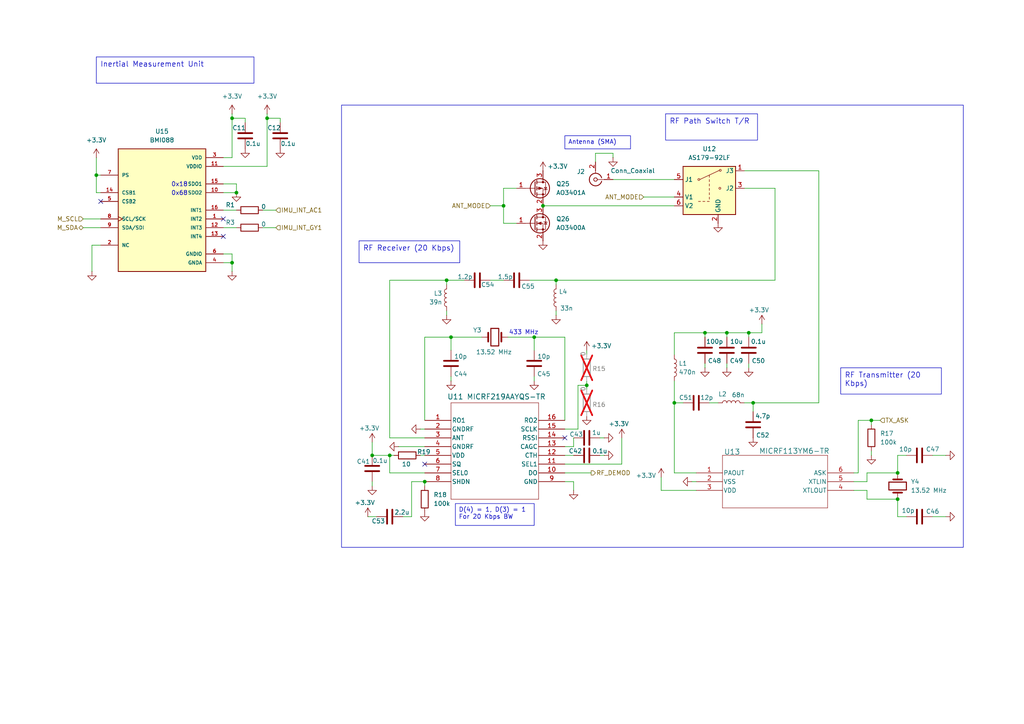
<source format=kicad_sch>
(kicad_sch (version 20231120) (generator "eeschema") (generator_version "8.0")
  (paper "A4")
  (title_block (title "Quincy FMU") (date "2024-09-28") (rev "0") (company "Daniel Enrique Pérez Díaz") (comment 1 "Flight Management Unit for the Quincy Quadcopter project."))
  (lib_symbols
    (symbol "BMI088:BMI088" (pin_names (offset 1.016))
      (property "Reference" "U" (at -12.7 18.415 0))
      (property "Value" "BMI088" (at -12.7 -20.32 0))
      (symbol "BMI088_0_0"
        (rectangle (start -12.7 -17.78) (end 12.7 17.78) (stroke (width 0.254)) (fill (type background)))
        (pin bidirectional line (at 17.78 -2.54 180) (length 5.08) (name "INT2") (number "1"))
        (pin output line (at 17.78 5.08 180) (length 5.08) (name "SDO2") (number "10"))
        (pin power_in line (at 17.78 12.7 180) (length 5.08) (name "VDDIO") (number "11"))
        (pin bidirectional line (at 17.78 -5.08 180) (length 5.08) (name "INT3") (number "12"))
        (pin bidirectional line (at 17.78 -7.62 180) (length 5.08) (name "INT4") (number "13"))
        (pin input line (at -17.78 5.08 0) (length 5.08) (name "CSB1") (number "14"))
        (pin output line (at 17.78 7.62 180) (length 5.08) (name "SDO1") (number "15"))
        (pin bidirectional line (at 17.78 0 180) (length 5.08) (name "INT1") (number "16"))
        (pin passive line (at -17.78 -10.16 0) (length 5.08) (name "NC") (number "2"))
        (pin power_in line (at 17.78 15.24 180) (length 5.08) (name "VDD") (number "3"))
        (pin power_in line (at 17.78 -15.24 180) (length 5.08) (name "GNDA") (number "4"))
        (pin input line (at -17.78 2.54 0) (length 5.08) (name "CSB2") (number "5"))
        (pin power_in line (at 17.78 -12.7 180) (length 5.08) (name "GNDIO") (number "6"))
        (pin input line (at -17.78 10.16 0) (length 5.08) (name "PS") (number "7"))
        (pin input clock (at -17.78 -2.54 0) (length 5.08) (name "SCL/SCK") (number "8"))
        (pin bidirectional line (at -17.78 -5.08 0) (length 5.08) (name "SDA/SDI") (number "9"))
      )
    )
    (symbol "Connector:Conn_Coaxial" (pin_names (offset 1.016) hide)
      (property "Reference" "J" (at 0.254 3.048 0))
      (property "Value" "Conn_Coaxial" (at 2.921 0 90))
      (symbol "Conn_Coaxial_0_1"
        (arc (start -1.778 -0.508) (mid 0.2311 -1.8066) (end 1.778 0) (stroke (width 0.254)))
        (polyline (pts (xy -2.54 0) (xy -0.508 0)))
        (polyline (pts (xy 0 -2.54) (xy 0 -1.778)))
        (circle (center 0 0) (radius 0.508) (stroke (width 0.2032)))
        (arc (start 1.778 0) (mid 0.2099 1.8101) (end -1.778 0.508) (stroke (width 0.254)))
      )
      (symbol "Conn_Coaxial_1_1"
        (pin passive line (at -5.08 0 0) (length 2.54) (name "In") (number "1"))
        (pin passive line (at 0 -5.08 90) (length 2.54) (name "Ext") (number "2"))
      )
    )
    (symbol "Device:C" (pin_numbers hide) (pin_names (offset 0.254))
      (property "Reference" "C" (at 0.635 2.54 0))
      (property "Value" "C" (at 0.635 -2.54 0))
      (symbol "C_0_1"
        (polyline (pts (xy -2.032 -0.762) (xy 2.032 -0.762)) (stroke (width 0.508)))
        (polyline (pts (xy -2.032 0.762) (xy 2.032 0.762)) (stroke (width 0.508)))
      )
      (symbol "C_1_1"
        (pin passive line (at 0 3.81 270) (length 2.794) (name "~") (number "1"))
        (pin passive line (at 0 -3.81 90) (length 2.794) (name "~") (number "2"))
      )
    )
    (symbol "Device:Crystal" (pin_numbers hide) (pin_names (offset 1.016) hide)
      (property "Reference" "Y" (at 0 3.81 0))
      (property "Value" "Crystal" (at 0 -3.81 0))
      (symbol "Crystal_0_1"
        (rectangle (start -1.143 2.54) (end 1.143 -2.54) (stroke (width 0.3048)))
        (polyline (pts (xy -2.54 0) (xy -1.905 0)))
        (polyline (pts (xy -1.905 -1.27) (xy -1.905 1.27)) (stroke (width 0.508)))
        (polyline (pts (xy 1.905 -1.27) (xy 1.905 1.27)) (stroke (width 0.508)))
        (polyline (pts (xy 2.54 0) (xy 1.905 0)))
      )
      (symbol "Crystal_1_1"
        (pin passive line (at -3.81 0 0) (length 1.27) (name "1") (number "1"))
        (pin passive line (at 3.81 0 180) (length 1.27) (name "2") (number "2"))
      )
    )
    (symbol "Device:L" (pin_numbers hide) (pin_names (offset 1.016) hide)
      (property "Reference" "L" (at -1.27 0 90))
      (property "Value" "L" (at 1.905 0 90))
      (symbol "L_0_1"
        (arc (start 0 -2.54) (mid 0.6323 -1.905) (end 0 -1.27))
        (arc (start 0 -1.27) (mid 0.6323 -0.635) (end 0 0))
        (arc (start 0 0) (mid 0.6323 0.635) (end 0 1.27))
        (arc (start 0 1.27) (mid 0.6323 1.905) (end 0 2.54))
      )
      (symbol "L_1_1"
        (pin passive line (at 0 3.81 270) (length 1.27) (name "1") (number "1"))
        (pin passive line (at 0 -3.81 90) (length 1.27) (name "2") (number "2"))
      )
    )
    (symbol "Device:R" (pin_numbers hide) (pin_names (offset 0))
      (property "Reference" "R" (at 2.032 0 90))
      (property "Value" "R" (at 0 0 90))
      (symbol "R_0_1"
        (rectangle (start -1.016 -2.54) (end 1.016 2.54) (stroke (width 0.254)))
      )
      (symbol "R_1_1"
        (pin passive line (at 0 3.81 270) (length 1.27) (name "~") (number "1"))
        (pin passive line (at 0 -3.81 90) (length 1.27) (name "~") (number "2"))
      )
    )
    (symbol "MICRF113YM6:MICRF113YM6-TR" (pin_names (offset 0.254))
      (property "Reference" "U" (at 22.86 10.16 0))
      (property "Value" "MICRF113YM6-TR" (at 22.86 7.62 0))
      (symbol "MICRF113YM6-TR_0_1"
        (polyline (pts (xy 7.62 -10.16) (xy 38.1 -10.16)) (stroke (width 0.127)))
        (polyline (pts (xy 7.62 5.08) (xy 7.62 -10.16)) (stroke (width 0.127)))
        (polyline (pts (xy 38.1 -10.16) (xy 38.1 5.08)) (stroke (width 0.127)))
        (polyline (pts (xy 38.1 5.08) (xy 7.62 5.08)) (stroke (width 0.127)))
        (pin output line (at 0 0 0) (length 7.62) (name "PAOUT") (number "1"))
        (pin power_in line (at 0 -2.54 0) (length 7.62) (name "VSS") (number "2"))
        (pin power_in line (at 0 -5.08 0) (length 7.62) (name "VDD") (number "3"))
        (pin output line (at 45.72 -5.08 180) (length 7.62) (name "XTLOUT") (number "4"))
        (pin input line (at 45.72 -2.54 180) (length 7.62) (name "XTLIN") (number "5"))
        (pin input line (at 45.72 0 180) (length 7.62) (name "ASK") (number "6"))
      )
    )
    (symbol "MICRF219AAYQS_TR:MICRF219AAYQS-TR" (pin_names (offset 0.254))
      (property "Reference" "U" (at 20.32 10.16 0))
      (property "Value" "MICRF219AAYQS-TR" (at 20.32 7.62 0))
      (symbol "MICRF219AAYQS-TR_0_1"
        (polyline (pts (xy 7.62 -22.86) (xy 33.02 -22.86)) (stroke (width 0.127)))
        (polyline (pts (xy 7.62 5.08) (xy 7.62 -22.86)) (stroke (width 0.127)))
        (polyline (pts (xy 33.02 -22.86) (xy 33.02 5.08)) (stroke (width 0.127)))
        (polyline (pts (xy 33.02 5.08) (xy 7.62 5.08)) (stroke (width 0.127)))
        (pin input line (at 0 0 0) (length 7.62) (name "RO1") (number "1"))
        (pin output line (at 40.64 -15.24 180) (length 7.62) (name "DO") (number "10"))
        (pin input line (at 40.64 -12.7 180) (length 7.62) (name "SEL1") (number "11"))
        (pin unspecified line (at 40.64 -10.16 180) (length 7.62) (name "CTH") (number "12"))
        (pin unspecified line (at 40.64 -7.62 180) (length 7.62) (name "CAGC") (number "13"))
        (pin output line (at 40.64 -5.08 180) (length 7.62) (name "RSSI") (number "14"))
        (pin input line (at 40.64 -2.54 180) (length 7.62) (name "SCLK") (number "15"))
        (pin input line (at 40.64 0 180) (length 7.62) (name "RO2") (number "16"))
        (pin power_in line (at 0 -2.54 0) (length 7.62) (name "GNDRF") (number "2"))
        (pin input line (at 0 -5.08 0) (length 7.62) (name "ANT") (number "3"))
        (pin power_in line (at 0 -7.62 0) (length 7.62) (name "GNDRF") (number "4"))
        (pin power_in line (at 0 -10.16 0) (length 7.62) (name "VDD") (number "5"))
        (pin input line (at 0 -12.7 0) (length 7.62) (name "SQ") (number "6"))
        (pin input line (at 0 -15.24 0) (length 7.62) (name "SEL0") (number "7"))
        (pin input line (at 0 -17.78 0) (length 7.62) (name "SHDN") (number "8"))
        (pin power_in line (at 40.64 -17.78 180) (length 7.62) (name "GND") (number "9"))
      )
    )
    (symbol "RF_Switch:AS179-92LF"
      (property "Reference" "U" (at -7.62 7.62 0))
      (property "Value" "AS179-92LF" (at 2.54 7.62 0))
      (symbol "AS179-92LF_1_1"
        (circle (center -3.048 2.54) (radius 0.2794))
        (polyline (pts (xy -3.175 -3.81) (xy -2.54 -3.81)))
        (polyline (pts (xy -2.794 2.54) (xy 2.921 5.207)))
        (polyline (pts (xy -1.905 -3.81) (xy -1.27 -3.81)))
        (polyline (pts (xy -0.635 -3.81) (xy 0 -3.81)))
        (polyline (pts (xy 0 -3.175) (xy 0 -2.54)))
        (polyline (pts (xy 0 -1.905) (xy 0 -1.27)))
        (polyline (pts (xy 0 -0.635) (xy 0 0)))
        (polyline (pts (xy 0 0.635) (xy 0 1.27)))
        (polyline (pts (xy 0 1.905) (xy 0 2.54)))
        (polyline (pts (xy 0 3.175) (xy 0 3.81)))
        (circle (center 3.048 0) (radius 0.2794))
        (circle (center 3.175 5.207) (radius 0.2794))
        (rectangle (start 7.62 -7.62) (end -7.62 6.35) (stroke (width 0.254)) (fill (type background)))
        (pin passive line (at 10.16 5.08 180) (length 2.54) (name "J3") (number "1"))
        (pin power_in line (at 2.54 -10.16 90) (length 2.54) (name "GND") (number "2"))
        (pin passive line (at 10.16 0 180) (length 2.54) (name "J2") (number "3"))
        (pin input line (at -10.16 -2.54 0) (length 2.54) (name "V1") (number "4"))
        (pin passive line (at -10.16 2.54 0) (length 2.54) (name "J1") (number "5"))
        (pin input line (at -10.16 -5.08 0) (length 2.54) (name "V2") (number "6"))
      )
    )
    (symbol "Transistor_FET:AO3400A" (pin_names hide)
      (property "Reference" "Q" (at 5.08 1.905 0))
      (property "Value" "AO3400A" (at 5.08 0 0))
      (symbol "AO3400A_0_1"
        (polyline (pts (xy 0.254 0) (xy -2.54 0)))
        (polyline (pts (xy 0.254 1.905) (xy 0.254 -1.905)) (stroke (width 0.254)))
        (polyline (pts (xy 0.762 -1.27) (xy 0.762 -2.286)) (stroke (width 0.254)))
        (polyline (pts (xy 0.762 0.508) (xy 0.762 -0.508)) (stroke (width 0.254)))
        (polyline (pts (xy 0.762 2.286) (xy 0.762 1.27)) (stroke (width 0.254)))
        (polyline (pts (xy 2.54 2.54) (xy 2.54 1.778)))
        (polyline (pts (xy 2.54 -2.54) (xy 2.54 0) (xy 0.762 0)))
        (polyline (pts (xy 0.762 -1.778) (xy 3.302 -1.778) (xy 3.302 1.778) (xy 0.762 1.778)))
        (polyline (pts (xy 1.016 0) (xy 2.032 0.381) (xy 2.032 -0.381) (xy 1.016 0)) (fill (type outline)))
        (polyline (pts (xy 2.794 0.508) (xy 2.921 0.381) (xy 3.683 0.381) (xy 3.81 0.254)))
        (polyline (pts (xy 3.302 0.381) (xy 2.921 -0.254) (xy 3.683 -0.254) (xy 3.302 0.381)))
        (circle (center 1.651 0) (radius 2.794) (stroke (width 0.254)))
        (circle (center 2.54 -1.778) (radius 0.254) (fill (type outline)))
        (circle (center 2.54 1.778) (radius 0.254) (fill (type outline)))
      )
      (symbol "AO3400A_1_1"
        (pin input line (at -5.08 0 0) (length 2.54) (name "G") (number "1"))
        (pin passive line (at 2.54 -5.08 90) (length 2.54) (name "S") (number "2"))
        (pin passive line (at 2.54 5.08 270) (length 2.54) (name "D") (number "3"))
      )
    )
    (symbol "Transistor_FET:AO3401A" (pin_names hide)
      (property "Reference" "Q" (at 5.08 1.905 0))
      (property "Value" "AO3401A" (at 5.08 0 0))
      (symbol "AO3401A_0_1"
        (polyline (pts (xy 0.254 0) (xy -2.54 0)))
        (polyline (pts (xy 0.254 1.905) (xy 0.254 -1.905)) (stroke (width 0.254)))
        (polyline (pts (xy 0.762 -1.27) (xy 0.762 -2.286)) (stroke (width 0.254)))
        (polyline (pts (xy 0.762 0.508) (xy 0.762 -0.508)) (stroke (width 0.254)))
        (polyline (pts (xy 0.762 2.286) (xy 0.762 1.27)) (stroke (width 0.254)))
        (polyline (pts (xy 2.54 2.54) (xy 2.54 1.778)))
        (polyline (pts (xy 2.54 -2.54) (xy 2.54 0) (xy 0.762 0)))
        (polyline (pts (xy 0.762 1.778) (xy 3.302 1.778) (xy 3.302 -1.778) (xy 0.762 -1.778)))
        (polyline (pts (xy 2.286 0) (xy 1.27 0.381) (xy 1.27 -0.381) (xy 2.286 0)) (fill (type outline)))
        (polyline (pts (xy 2.794 -0.508) (xy 2.921 -0.381) (xy 3.683 -0.381) (xy 3.81 -0.254)))
        (polyline (pts (xy 3.302 -0.381) (xy 2.921 0.254) (xy 3.683 0.254) (xy 3.302 -0.381)))
        (circle (center 1.651 0) (radius 2.794) (stroke (width 0.254)))
        (circle (center 2.54 -1.778) (radius 0.254) (fill (type outline)))
        (circle (center 2.54 1.778) (radius 0.254) (fill (type outline)))
      )
      (symbol "AO3401A_1_1"
        (pin input line (at -5.08 0 0) (length 2.54) (name "G") (number "1"))
        (pin passive line (at 2.54 -5.08 90) (length 2.54) (name "S") (number "2"))
        (pin passive line (at 2.54 5.08 270) (length 2.54) (name "D") (number "3"))
      )
    )
    (symbol "power:+3.3V" (power) (pin_numbers hide) (pin_names (offset 0) hide)
      (property "Value" "+3.3V" (at 0 3.556 0))
      (symbol "+3.3V_0_1"
        (polyline (pts (xy -0.762 1.27) (xy 0 2.54)))
        (polyline (pts (xy 0 0) (xy 0 2.54)))
        (polyline (pts (xy 0 2.54) (xy 0.762 1.27)))
      )
      (symbol "+3.3V_1_1"
        (pin power_in line (at 0 0 90) (length 0) (name "~") (number "1"))
      )
    )
    (symbol "power:GND" (power) (pin_numbers hide) (pin_names (offset 0) hide)
      (property "Value" "GND" (at 0 -3.81 0))
      (symbol "GND_0_1"
        (polyline (pts (xy 0 0) (xy 0 -1.27) (xy 1.27 -1.27) (xy 0 -2.54) (xy -1.27 -1.27) (xy 0 -1.27)))
      )
      (symbol "GND_1_1"
        (pin power_in line (at 0 0 270) (length 0) (name "~") (number "1"))
      )
    )
  )
  (junction (at 67.31 76.2))
  (junction (at 27.94 50.8))
  (junction (at 210.82 96.52))
  (junction (at 218.44 116.84))
  (junction (at 130.81 97.79))
  (junction (at 260.35 144.78))
  (junction (at 107.95 132.08))
  (junction (at 195.58 116.84))
  (junction (at 260.35 137.16))
  (junction (at 170.18 111.76))
  (junction (at 77.47 34.29))
  (junction (at 217.17 96.52))
  (junction (at 123.19 139.7))
  (junction (at 204.47 96.52))
  (junction (at 157.48 59.69))
  (junction (at 161.29 81.28))
  (junction (at 154.94 97.79))
  (junction (at 146.05 59.69))
  (junction (at 67.31 34.29))
  (junction (at 113.03 132.08))
  (junction (at 129.54 81.28))
  (junction (at 252.73 121.92))
  (junction (at 68.58 55.88))
  (no_connect (at 163.83 127))
  (no_connect (at 64.77 63.5))
  (no_connect (at 64.77 68.58))
  (no_connect (at 29.21 58.42))
  (no_connect (at 123.19 134.62))
  (wire (pts (xy 153.67 81.28) (xy 161.29 81.28)))
  (wire (pts (xy 27.94 55.88) (xy 27.94 50.8)))
  (wire (pts (xy 121.92 132.08) (xy 123.19 132.08)))
  (wire (pts (xy 107.95 128.27) (xy 107.95 132.08)))
  (wire (pts (xy 191.77 138.43) (xy 191.77 142.24)))
  (wire (pts (xy 172.72 44.45) (xy 177.8 44.45)))
  (wire (pts (xy 177.8 44.45) (xy 177.8 45.72)))
  (wire (pts (xy 64.77 76.2) (xy 67.31 76.2)))
  (wire (pts (xy 71.12 35.56) (xy 71.12 34.29)))
  (wire (pts (xy 173.99 132.08) (xy 175.26 132.08)))
  (wire (pts (xy 210.82 96.52) (xy 217.17 96.52)))
  (wire (pts (xy 68.58 53.34) (xy 64.77 53.34)))
  (wire (pts (xy 130.81 109.22) (xy 130.81 110.49)))
  (wire (pts (xy 24.13 66.04) (xy 29.21 66.04)))
  (wire (pts (xy 77.47 34.29) (xy 77.47 33.02)))
  (wire (pts (xy 163.83 129.54) (xy 166.37 129.54)))
  (wire (pts (xy 215.9 49.53) (xy 237.49 49.53)))
  (wire (pts (xy 270.51 132.08) (xy 274.32 132.08)))
  (wire (pts (xy 177.8 52.07) (xy 195.58 52.07)))
  (wire (pts (xy 260.35 132.08) (xy 260.35 137.16)))
  (wire (pts (xy 163.83 134.62) (xy 180.34 134.62)))
  (wire (pts (xy 172.72 46.99) (xy 172.72 44.45)))
  (wire (pts (xy 224.79 54.61) (xy 215.9 54.61)))
  (wire (pts (xy 142.24 59.69) (xy 146.05 59.69)))
  (wire (pts (xy 251.46 142.24) (xy 251.46 144.78)))
  (wire (pts (xy 67.31 73.66) (xy 67.31 76.2)))
  (wire (pts (xy 251.46 144.78) (xy 260.35 144.78)))
  (wire (pts (xy 113.03 81.28) (xy 113.03 127)))
  (wire (pts (xy 252.73 121.92) (xy 255.27 121.92)))
  (wire (pts (xy 163.83 132.08) (xy 166.37 132.08)))
  (wire (pts (xy 167.64 111.76) (xy 170.18 111.76)))
  (wire (pts (xy 215.9 116.84) (xy 218.44 116.84)))
  (wire (pts (xy 195.58 137.16) (xy 201.93 137.16)))
  (wire (pts (xy 106.68 149.86) (xy 109.22 149.86)))
  (wire (pts (xy 64.77 45.72) (xy 67.31 45.72)))
  (wire (pts (xy 29.21 55.88) (xy 27.94 55.88)))
  (wire (pts (xy 130.81 97.79) (xy 139.7 97.79)))
  (wire (pts (xy 64.77 55.88) (xy 68.58 55.88)))
  (wire (pts (xy 67.31 76.2) (xy 67.31 78.74)))
  (wire (pts (xy 29.21 71.12) (xy 26.67 71.12)))
  (wire (pts (xy 195.58 116.84) (xy 195.58 137.16)))
  (wire (pts (xy 247.65 137.16) (xy 248.92 137.16)))
  (wire (pts (xy 204.47 96.52) (xy 210.82 96.52)))
  (wire (pts (xy 113.03 132.08) (xy 114.3 132.08)))
  (wire (pts (xy 146.05 59.69) (xy 146.05 54.61)))
  (wire (pts (xy 204.47 96.52) (xy 195.58 96.52)))
  (wire (pts (xy 123.19 140.97) (xy 123.19 139.7)))
  (wire (pts (xy 247.65 142.24) (xy 251.46 142.24)))
  (wire (pts (xy 129.54 90.17) (xy 129.54 91.44)))
  (wire (pts (xy 270.51 149.86) (xy 274.32 149.86)))
  (wire (pts (xy 113.03 137.16) (xy 113.03 132.08)))
  (wire (pts (xy 210.82 105.41) (xy 210.82 106.68)))
  (wire (pts (xy 121.92 124.46) (xy 123.19 124.46)))
  (wire (pts (xy 163.83 121.92) (xy 163.83 97.79)))
  (wire (pts (xy 119.38 139.7) (xy 123.19 139.7)))
  (wire (pts (xy 146.05 81.28) (xy 142.24 81.28)))
  (wire (pts (xy 163.83 124.46) (xy 167.64 124.46)))
  (wire (pts (xy 24.13 63.5) (xy 29.21 63.5)))
  (wire (pts (xy 166.37 142.24) (xy 166.37 139.7)))
  (wire (pts (xy 146.05 64.77) (xy 149.86 64.77)))
  (wire (pts (xy 81.28 35.56) (xy 81.28 34.29)))
  (wire (pts (xy 262.89 132.08) (xy 260.35 132.08)))
  (wire (pts (xy 116.84 149.86) (xy 119.38 149.86)))
  (wire (pts (xy 129.54 82.55) (xy 129.54 81.28)))
  (wire (pts (xy 64.77 66.04) (xy 68.58 66.04)))
  (wire (pts (xy 217.17 97.79) (xy 217.17 96.52)))
  (wire (pts (xy 77.47 48.26) (xy 77.47 34.29)))
  (wire (pts (xy 198.12 116.84) (xy 195.58 116.84)))
  (wire (pts (xy 129.54 81.28) (xy 134.62 81.28)))
  (wire (pts (xy 224.79 81.28) (xy 224.79 54.61)))
  (wire (pts (xy 251.46 139.7) (xy 251.46 137.16)))
  (wire (pts (xy 166.37 129.54) (xy 166.37 127)))
  (wire (pts (xy 204.47 96.52) (xy 204.47 97.79)))
  (wire (pts (xy 123.19 137.16) (xy 113.03 137.16)))
  (wire (pts (xy 186.69 57.15) (xy 195.58 57.15)))
  (wire (pts (xy 218.44 119.38) (xy 218.44 116.84)))
  (wire (pts (xy 248.92 121.92) (xy 252.73 121.92)))
  (wire (pts (xy 170.18 101.6) (xy 170.18 102.87)))
  (wire (pts (xy 205.74 116.84) (xy 208.28 116.84)))
  (wire (pts (xy 251.46 137.16) (xy 260.35 137.16)))
  (wire (pts (xy 154.94 109.22) (xy 154.94 110.49)))
  (wire (pts (xy 27.94 45.72) (xy 27.94 50.8)))
  (wire (pts (xy 217.17 105.41) (xy 217.17 106.68)))
  (wire (pts (xy 113.03 81.28) (xy 129.54 81.28)))
  (wire (pts (xy 76.2 66.04) (xy 80.01 66.04)))
  (wire (pts (xy 64.77 60.96) (xy 68.58 60.96)))
  (wire (pts (xy 161.29 81.28) (xy 224.79 81.28)))
  (wire (pts (xy 191.77 142.24) (xy 201.93 142.24)))
  (wire (pts (xy 237.49 116.84) (xy 237.49 49.53)))
  (wire (pts (xy 252.73 130.81) (xy 252.73 132.08)))
  (wire (pts (xy 195.58 110.49) (xy 195.58 116.84)))
  (wire (pts (xy 146.05 59.69) (xy 146.05 64.77)))
  (wire (pts (xy 27.94 50.8) (xy 29.21 50.8)))
  (wire (pts (xy 210.82 96.52) (xy 210.82 97.79)))
  (wire (pts (xy 113.03 127) (xy 123.19 127)))
  (wire (pts (xy 107.95 140.97) (xy 107.95 139.7)))
  (wire (pts (xy 247.65 139.7) (xy 251.46 139.7)))
  (wire (pts (xy 173.99 127) (xy 175.26 127)))
  (wire (pts (xy 81.28 34.29) (xy 77.47 34.29)))
  (wire (pts (xy 157.48 59.69) (xy 195.58 59.69)))
  (wire (pts (xy 123.19 121.92) (xy 123.19 97.79)))
  (wire (pts (xy 130.81 97.79) (xy 130.81 101.6)))
  (wire (pts (xy 204.47 105.41) (xy 204.47 106.68)))
  (wire (pts (xy 123.19 97.79) (xy 130.81 97.79)))
  (wire (pts (xy 64.77 73.66) (xy 67.31 73.66)))
  (wire (pts (xy 252.73 121.92) (xy 252.73 123.19)))
  (wire (pts (xy 170.18 110.49) (xy 170.18 111.76)))
  (wire (pts (xy 71.12 34.29) (xy 67.31 34.29)))
  (wire (pts (xy 262.89 149.86) (xy 260.35 149.86)))
  (wire (pts (xy 119.38 149.86) (xy 119.38 139.7)))
  (wire (pts (xy 220.98 93.98) (xy 220.98 96.52)))
  (wire (pts (xy 218.44 116.84) (xy 237.49 116.84)))
  (wire (pts (xy 163.83 137.16) (xy 171.45 137.16)))
  (wire (pts (xy 154.94 97.79) (xy 147.32 97.79)))
  (wire (pts (xy 163.83 97.79) (xy 154.94 97.79)))
  (wire (pts (xy 76.2 60.96) (xy 80.01 60.96)))
  (wire (pts (xy 26.67 71.12) (xy 26.67 78.74)))
  (wire (pts (xy 220.98 96.52) (xy 217.17 96.52)))
  (wire (pts (xy 170.18 111.76) (xy 170.18 113.03)))
  (wire (pts (xy 115.57 129.54) (xy 123.19 129.54)))
  (wire (pts (xy 167.64 124.46) (xy 167.64 111.76)))
  (wire (pts (xy 154.94 97.79) (xy 154.94 101.6)))
  (wire (pts (xy 248.92 121.92) (xy 248.92 137.16)))
  (wire (pts (xy 260.35 149.86) (xy 260.35 144.78)))
  (wire (pts (xy 166.37 139.7) (xy 163.83 139.7)))
  (wire (pts (xy 200.66 139.7) (xy 201.93 139.7)))
  (wire (pts (xy 68.58 55.88) (xy 68.58 53.34)))
  (wire (pts (xy 146.05 54.61) (xy 149.86 54.61)))
  (wire (pts (xy 180.34 134.62) (xy 180.34 127)))
  (wire (pts (xy 107.95 132.08) (xy 113.03 132.08)))
  (wire (pts (xy 161.29 81.28) (xy 161.29 82.55)))
  (wire (pts (xy 64.77 48.26) (xy 77.47 48.26)))
  (wire (pts (xy 67.31 34.29) (xy 67.31 33.02)))
  (wire (pts (xy 161.29 90.17) (xy 161.29 91.44)))
  (wire (pts (xy 195.58 96.52) (xy 195.58 102.87)))
  (wire (pts (xy 67.31 45.72) (xy 67.31 34.29)))
  (rectangle (start 99.06 30.48) (end 279.4 158.75))
  (text_box "RF Path Switch T/R" (at 193.04 33.02 0) (size 26.67 7.62) (effects (font (size 1.524 1.524)) (justify left top)))
  (text_box "RF Transmitter (20 Kbps)" (at 243.84 106.68 0) (size 29.21 7.62) (effects (font (size 1.524 1.524)) (justify left top)))
  (text_box "Antenna (SMA)" (at 163.83 39.37 0) (size 19.05 3.81) (effects (font (size 1.27 1.27)) (justify left top)))
  (text_box "D(4) = 1, D(3) = 1\nFor 20 Kbps BW" (at 132.08 146.05 0) (size 22.86 6.35) (effects (font (size 1.27 1.27)) (justify left top)))
  (text_box "RF Receiver (20 Kbps)" (at 104.14 69.85 0) (size 29.21 6.35) (effects (font (size 1.524 1.524)) (justify left top)))
  (text_box "Inertial Measurement Unit" (at 27.94 16.51 0) (size 45.72 7.62) (effects (font (size 1.524 1.524)) (justify left top)))
  (text "0x18" (at 52.07 53.594 0) (effects (font (size 1.27 1.27))))
  (text "0x68" (at 52.07 56.134 0) (effects (font (size 1.27 1.27))))
  (text "433 MHz" (at 151.892 96.52 0) (effects (font (size 1.27 1.27))))
  (hierarchical_label "TX_ASK" (shape input) (at 255.27 121.92 0))
  (hierarchical_label "ANT_MODE" (shape input) (at 142.24 59.69 180))
  (hierarchical_label "ANT_MODE" (shape input) (at 186.69 57.15 180))
  (hierarchical_label "IMU_INT_AC1" (shape input) (at 80.01 60.96 0))
  (hierarchical_label "M_SCL" (shape input) (at 24.13 63.5 180))
  (hierarchical_label "RF_DEMOD" (shape output) (at 171.45 137.16 0))
  (hierarchical_label "IMU_INT_GY1" (shape input) (at 80.01 66.04 0))
  (hierarchical_label "M_SDA" (shape bidirectional) (at 24.13 66.04 180))
  (symbol (lib_id "power:GND") (at 67.31 78.74 0) (unit 1)
    (property "Reference" "#PWR025" (effects (hide yes)))
    (property "Value" "GND" (effects (hide yes)))
    (property "Description" "Power symbol creates a global label with name \"GND\" , ground" (effects (hide yes)))
  )
  (symbol (lib_id "power:GND") (at 274.32 132.08 90) (unit 1)
    (property "Reference" "#PWR0111" (effects (hide yes)))
    (property "Value" "GND" (effects (hide yes)))
    (property "Description" "Power symbol creates a global label with name \"GND\" , ground" (effects (hide yes)))
  )
  (symbol (lib_id "Device:C") (at 81.28 39.37 0) (unit 1)
    (property "Reference" "C12" (at 79.502 37.084 0))
    (property "Value" "0.1u" (at 83.566 41.656 0))
    (property "Footprint" "Capacitor_SMD:C_0805_2012Metric_Pad1.18x1.45mm_HandSolder" (effects (hide yes)))
    (property "Description" "Unpolarized capacitor" (effects (hide yes)))
  )
  (symbol (lib_id "Device:C") (at 217.17 101.6 180) (unit 1)
    (property "Reference" "C50" (at 219.964 104.648 0))
    (property "Value" "0.1u" (at 219.964 99.06 0))
    (property "Footprint" "Capacitor_SMD:C_0805_2012Metric_Pad1.18x1.45mm_HandSolder" (effects (hide yes)))
    (property "Description" "Unpolarized capacitor" (effects (hide yes)))
  )
  (symbol (lib_id "power:GND") (at 252.73 132.08 0) (unit 1)
    (property "Reference" "#PWR0122" (effects (hide yes)))
    (property "Value" "GND" (effects (hide yes)))
    (property "Description" "Power symbol creates a global label with name \"GND\" , ground" (effects (hide yes)))
  )
  (symbol (lib_id "Device:C") (at 71.12 39.37 0) (unit 1)
    (property "Reference" "C11" (at 69.342 37.084 0))
    (property "Value" "0.1u" (at 73.406 41.656 0))
    (property "Footprint" "Capacitor_SMD:C_0805_2012Metric_Pad1.18x1.45mm_HandSolder" (effects (hide yes)))
    (property "Description" "Unpolarized capacitor" (effects (hide yes)))
  )
  (symbol (lib_id "power:GND") (at 274.32 149.86 90) (unit 1)
    (property "Reference" "#PWR0112" (effects (hide yes)))
    (property "Value" "GND" (effects (hide yes)))
    (property "Description" "Power symbol creates a global label with name \"GND\" , ground" (effects (hide yes)))
  )
  (symbol (lib_id "Device:Crystal") (at 260.35 140.97 90) (unit 1)
    (property "Reference" "Y4" (at 264.16 139.6999 90) (effects (justify right)))
    (property "Value" "13.52 MHz" (at 264.16 142.2399 90) (effects (justify right)))
    (property "Footprint" "Crystal:Crystal_HC49-U_Horizontal" (effects (hide yes)))
    (property "Description" "Two pin crystal" (effects (hide yes)))
  )
  (symbol (lib_id "power:GND") (at 26.67 78.74 0) (unit 1)
    (property "Reference" "#PWR028" (effects (hide yes)))
    (property "Value" "GND" (effects (hide yes)))
    (property "Description" "Power symbol creates a global label with name \"GND\" , ground" (effects (hide yes)))
  )
  (symbol (lib_id "Device:L") (at 161.29 86.36 0) (mirror y) (unit 1)
    (property "Reference" "L4" (at 163.322 84.582 0))
    (property "Value" "33n" (at 164.338 89.408 0))
    (property "Footprint" "Inductor_SMD:L_0603_1608Metric_Pad1.05x0.95mm_HandSolder" (effects (hide yes)))
    (property "Description" "Inductor" (effects (hide yes)))
  )
  (symbol (lib_id "power:GND") (at 157.48 69.85 0) (unit 1)
    (property "Reference" "#PWR0120" (effects (hide yes)))
    (property "Value" "GND" (effects (hide yes)))
    (property "Description" "Power symbol creates a global label with name \"GND\" , ground" (effects (hide yes)))
  )
  (symbol (lib_id "Device:C") (at 130.81 105.41 180) (unit 1)
    (property "Reference" "C44" (at 133.604 108.458 0))
    (property "Value" "10p" (at 133.604 103.378 0))
    (property "Footprint" "Capacitor_SMD:C_0805_2012Metric_Pad1.18x1.45mm_HandSolder" (effects (hide yes)))
    (property "Description" "Unpolarized capacitor" (effects (hide yes)))
  )
  (symbol (lib_id "Device:R") (at 252.73 127 0) (unit 1)
    (property "Reference" "R17" (at 255.27 125.7299 0) (effects (justify left)))
    (property "Value" "100k" (at 255.27 128.2699 0) (effects (justify left)))
    (property "Footprint" "Resistor_SMD:R_0805_2012Metric_Pad1.20x1.40mm_HandSolder" (effects (hide yes)))
    (property "Description" "Resistor" (effects (hide yes)))
  )
  (symbol (lib_id "power:GND") (at 170.18 120.65 0) (unit 1)
    (property "Reference" "#PWR0106" (effects (hide yes)))
    (property "Value" "GND" (effects (hide yes)))
    (property "Description" "Power symbol creates a global label with name \"GND\" , ground" (effects (hide yes)))
  )
  (symbol (lib_id "power:+3.3V") (at 107.95 128.27 0) (unit 1)
    (property "Reference" "#PWR0101" (effects (hide yes)))
    (property "Value" "+3.3V" (at 104.14 124.206 0) (effects (justify left)))
    (property "Description" "Power symbol creates a global label with name \"+3.3V\"" (effects (hide yes)))
  )
  (symbol (lib_id "Device:C") (at 204.47 101.6 180) (unit 1)
    (property "Reference" "C48" (at 207.264 104.648 0))
    (property "Value" "100p" (at 207.264 99.06 0))
    (property "Footprint" "Capacitor_SMD:C_0805_2012Metric_Pad1.18x1.45mm_HandSolder" (effects (hide yes)))
    (property "Description" "Unpolarized capacitor" (effects (hide yes)))
  )
  (symbol (lib_id "power:GND") (at 121.92 124.46 270) (unit 1)
    (property "Reference" "#PWR0102" (effects (hide yes)))
    (property "Value" "GND" (effects (hide yes)))
    (property "Description" "Power symbol creates a global label with name \"GND\" , ground" (effects (hide yes)))
  )
  (symbol (lib_id "power:GND") (at 123.19 148.59 0) (unit 1)
    (property "Reference" "#PWR0123" (effects (hide yes)))
    (property "Value" "GND" (effects (hide yes)))
    (property "Description" "Power symbol creates a global label with name \"GND\" , ground" (effects (hide yes)))
  )
  (symbol (lib_id "Transistor_FET:AO3401A") (at 154.94 54.61 0) (unit 1)
    (property "Reference" "Q25" (at 161.29 53.3399 0) (effects (justify left)))
    (property "Value" "AO3401A" (at 161.29 55.8799 0) (effects (justify left)))
    (property "Footprint" "Package_TO_SOT_SMD:SOT-23" (effects (hide yes)))
    (property "Datasheet" "http://www.aosmd.com/pdfs/datasheet/AO3401A.pdf" (effects (hide yes)))
    (property "Description" "-4.0A Id, -30V Vds, P-Channel MOSFET, SOT-23" (effects (hide yes)))
  )
  (symbol (lib_id "Device:R") (at 72.39 66.04 90) (unit 1)
    (property "Reference" "R3" (at 66.802 64.516 90))
    (property "Value" "0" (at 76.454 65.024 90))
    (property "Footprint" "Resistor_SMD:R_0805_2012Metric_Pad1.20x1.40mm_HandSolder" (effects (hide yes)))
    (property "Description" "Resistor" (effects (hide yes)))
  )
  (symbol (lib_id "power:GND") (at 161.29 91.44 0) (mirror y) (unit 1)
    (property "Reference" "#PWR0127" (effects (hide yes)))
    (property "Value" "GND" (effects (hide yes)))
    (property "Description" "Power symbol creates a global label with name \"GND\" , ground" (effects (hide yes)))
  )
  (symbol (lib_id "Device:R") (at 170.18 106.68 180) (unit 1) (in_bom no) (on_board no) (dnp yes)
    (property "Reference" "R15" (at 173.736 106.934 0))
    (property "Value" "0" (at 169.164 102.616 90))
    (property "Footprint" "Resistor_SMD:R_0805_2012Metric_Pad1.20x1.40mm_HandSolder" (effects (hide yes)))
    (property "Description" "Resistor" (effects (hide yes)))
  )
  (symbol (lib_id "power:GND") (at 217.17 106.68 0) (unit 1)
    (property "Reference" "#PWR0117" (effects (hide yes)))
    (property "Value" "GND" (effects (hide yes)))
    (property "Description" "Power symbol creates a global label with name \"GND\" , ground" (effects (hide yes)))
  )
  (symbol (lib_id "power:+3.3V") (at 220.98 93.98 0) (unit 1)
    (property "Reference" "#PWR0118" (effects (hide yes)))
    (property "Value" "+3.3V" (at 217.17 89.916 0) (effects (justify left)))
    (property "Description" "Power symbol creates a global label with name \"+3.3V\"" (effects (hide yes)))
  )
  (symbol (lib_id "Device:C") (at 201.93 116.84 90) (unit 1)
    (property "Reference" "C51" (at 198.882 115.316 90))
    (property "Value" "12p" (at 204.978 115.316 90))
    (property "Footprint" "Capacitor_SMD:C_0603_1608Metric_Pad1.08x0.95mm_HandSolder" (effects (hide yes)))
    (property "Description" "Unpolarized capacitor" (effects (hide yes)))
  )
  (symbol (lib_id "power:GND") (at 177.8 45.72 0) (unit 1)
    (property "Reference" "#PWR0125" (effects (hide yes)))
    (property "Value" "GND" (effects (hide yes)))
    (property "Description" "Power symbol creates a global label with name \"GND\" , ground" (effects (hide yes)))
  )
  (symbol (lib_id "Device:C") (at 149.86 81.28 270) (mirror x) (unit 1)
    (property "Reference" "C55" (at 153.162 83.058 90))
    (property "Value" "1.5p" (at 146.558 80.264 90))
    (property "Footprint" "Capacitor_SMD:C_0603_1608Metric_Pad1.08x0.95mm_HandSolder" (effects (hide yes)))
    (property "Description" "Unpolarized capacitor" (effects (hide yes)))
  )
  (symbol (lib_id "power:+3.3V") (at 191.77 138.43 0) (unit 1)
    (property "Reference" "#PWR0114" (effects (hide yes)))
    (property "Value" "+3.3V" (at 184.404 137.922 0) (effects (justify left)))
    (property "Description" "Power symbol creates a global label with name \"+3.3V\"" (effects (hide yes)))
  )
  (symbol (lib_id "power:GND") (at 154.94 110.49 0) (unit 1)
    (property "Reference" "#PWR0109" (effects (hide yes)))
    (property "Value" "GND" (effects (hide yes)))
    (property "Description" "Power symbol creates a global label with name \"GND\" , ground" (effects (hide yes)))
  )
  (symbol (lib_id "power:GND") (at 204.47 106.68 0) (unit 1)
    (property "Reference" "#PWR0115" (effects (hide yes)))
    (property "Value" "GND" (effects (hide yes)))
    (property "Description" "Power symbol creates a global label with name \"GND\" , ground" (effects (hide yes)))
  )
  (symbol (lib_id "Device:C") (at 138.43 81.28 270) (mirror x) (unit 1)
    (property "Reference" "C54" (at 141.478 82.55 90))
    (property "Value" "1.2p" (at 134.874 80.264 90))
    (property "Footprint" "Capacitor_SMD:C_0603_1608Metric_Pad1.08x0.95mm_HandSolder" (effects (hide yes)))
    (property "Description" "Unpolarized capacitor" (effects (hide yes)))
  )
  (symbol (lib_id "Device:R") (at 123.19 144.78 0) (unit 1)
    (property "Reference" "R18" (at 125.73 143.5099 0) (effects (justify left)))
    (property "Value" "100k" (at 125.73 146.0499 0) (effects (justify left)))
    (property "Footprint" "Resistor_SMD:R_0805_2012Metric_Pad1.20x1.40mm_HandSolder" (effects (hide yes)))
    (property "Description" "Resistor" (effects (hide yes)))
  )
  (symbol (lib_id "Device:C") (at 266.7 132.08 270) (unit 1)
    (property "Reference" "C47" (at 270.51 130.302 90))
    (property "Value" "10p" (at 262.636 130.302 90))
    (property "Footprint" "Capacitor_SMD:C_0805_2012Metric_Pad1.18x1.45mm_HandSolder" (effects (hide yes)))
    (property "Description" "Unpolarized capacitor" (effects (hide yes)))
  )
  (symbol (lib_id "power:+3.3V") (at 67.31 33.02 0) (unit 1)
    (property "Reference" "#PWR026" (effects (hide yes)))
    (property "Value" "+3.3V" (at 67.31 27.94 0))
    (property "Description" "Power symbol creates a global label with name \"+3.3V\"" (effects (hide yes)))
  )
  (symbol (lib_id "power:GND") (at 175.26 132.08 90) (unit 1)
    (property "Reference" "#PWR0105" (effects (hide yes)))
    (property "Value" "GND" (effects (hide yes)))
    (property "Description" "Power symbol creates a global label with name \"GND\" , ground" (effects (hide yes)))
  )
  (symbol (lib_id "Device:L") (at 212.09 116.84 90) (unit 1)
    (property "Reference" "L2" (at 209.55 114.3 90))
    (property "Value" "68n" (at 214.122 114.554 90))
    (property "Footprint" "Inductor_SMD:L_0603_1608Metric_Pad1.05x0.95mm_HandSolder" (effects (hide yes)))
    (property "Description" "Inductor" (effects (hide yes)))
  )
  (symbol (lib_id "MICRF113YM6:MICRF113YM6-TR") (at 201.93 137.16 0) (unit 1)
    (property "Reference" "U13" (at 212.344 131.064 0) (effects (font (size 1.524 1.524))))
    (property "Value" "MICRF113YM6-TR" (at 230.378 130.81 0) (effects (font (size 1.524 1.524))))
    (property "Footprint" "SOT-23-6_MC_MCH" (effects (hide yes)))
    (property "Datasheet" "MICRF113YM6-TR" (effects (hide yes)))
  )
  (symbol (lib_id "power:GND") (at 210.82 106.68 0) (unit 1)
    (property "Reference" "#PWR0116" (effects (hide yes)))
    (property "Value" "GND" (effects (hide yes)))
    (property "Description" "Power symbol creates a global label with name \"GND\" , ground" (effects (hide yes)))
  )
  (symbol (lib_id "Device:R") (at 118.11 132.08 90) (unit 1)
    (property "Reference" "R19" (at 122.936 131.064 90))
    (property "Value" "10" (at 117.856 134.62 90))
    (property "Footprint" "Resistor_SMD:R_0805_2012Metric_Pad1.20x1.40mm_HandSolder" (effects (hide yes)))
    (property "Description" "Resistor" (effects (hide yes)))
  )
  (symbol (lib_id "power:GND") (at 115.57 129.54 270) (unit 1)
    (property "Reference" "#PWR099" (effects (hide yes)))
    (property "Value" "GND" (effects (hide yes)))
    (property "Description" "Power symbol creates a global label with name \"GND\" , ground" (effects (hide yes)))
  )
  (symbol (lib_id "BMI088:BMI088") (at 46.99 60.96 0) (unit 1)
    (property "Reference" "U15" (at 46.99 38.1 0))
    (property "Value" "BMI088" (at 46.99 40.64 0))
    (property "Footprint" "BMI088:PQFN50P450X300X100-16N" (effects (hide yes)))
    (property "MF" "Bosch Sensortec" (effects (hide yes)))
    (property "PURCHASE-URL" "https://pricing.snapeda.com/search/part/BMI088/?ref=eda" (effects (hide yes)))
    (property "PACKAGE" "VFLGA-16 Bosch Sensortec" (effects (hide yes)))
    (property "PRICE" "None" (effects (hide yes)))
    (property "MP" "BMI088" (effects (hide yes)))
    (property "AVAILABILITY" "In Stock" (effects (hide yes)))
    (property "DESCRIPTION" "Accelerometer, Gyroscope, 6 Axis Sensor I²C, SPI Output" (effects (hide yes)))
  )
  (symbol (lib_id "power:GND") (at 107.95 140.97 0) (unit 1)
    (property "Reference" "#PWR0103" (effects (hide yes)))
    (property "Value" "GND" (effects (hide yes)))
    (property "Description" "Power symbol creates a global label with name \"GND\" , ground" (effects (hide yes)))
  )
  (symbol (lib_id "Device:L") (at 195.58 106.68 0) (unit 1)
    (property "Reference" "L1" (at 196.85 105.4099 0) (effects (justify left)))
    (property "Value" "470n" (at 196.85 107.9499 0) (effects (justify left)))
    (property "Footprint" "Inductor_SMD:L_0402_1005Metric_Pad0.77x0.64mm_HandSolder" (effects (hide yes)))
    (property "Description" "Inductor" (effects (hide yes)))
  )
  (symbol (lib_id "power:GND") (at 68.58 55.88 0) (unit 1)
    (property "Reference" "#PWR032" (effects (hide yes)))
    (property "Value" "GND" (effects (hide yes)))
    (property "Description" "Power symbol creates a global label with name \"GND\" , ground" (effects (hide yes)))
  )
  (symbol (lib_id "Device:R") (at 72.39 60.96 90) (unit 1)
    (property "Reference" "R1" (at 66.802 59.436 90))
    (property "Value" "0" (at 76.454 59.944 90))
    (property "Footprint" "Resistor_SMD:R_0805_2012Metric_Pad1.20x1.40mm_HandSolder" (effects (hide yes)))
    (property "Description" "Resistor" (effects (hide yes)))
  )
  (symbol (lib_id "power:GND") (at 71.12 43.18 0) (unit 1)
    (property "Reference" "#PWR029" (effects (hide yes)))
    (property "Value" "GND" (effects (hide yes)))
    (property "Description" "Power symbol creates a global label with name \"GND\" , ground" (effects (hide yes)))
  )
  (symbol (lib_id "Device:C") (at 210.82 101.6 180) (unit 1)
    (property "Reference" "C49" (at 213.614 104.648 0))
    (property "Value" "10u" (at 213.614 99.06 0))
    (property "Footprint" "Capacitor_SMD:C_0805_2012Metric_Pad1.18x1.45mm_HandSolder" (effects (hide yes)))
    (property "Description" "Unpolarized capacitor" (effects (hide yes)))
  )
  (symbol (lib_id "Device:C") (at 107.95 135.89 0) (unit 1)
    (property "Reference" "C41" (at 105.41 133.858 0))
    (property "Value" "0.1u" (at 110.236 133.604 0))
    (property "Footprint" "Capacitor_SMD:C_0805_2012Metric_Pad1.18x1.45mm_HandSolder" (effects (hide yes)))
    (property "Description" "Unpolarized capacitor" (effects (hide yes)))
  )
  (symbol (lib_id "Device:C") (at 170.18 132.08 90) (unit 1)
    (property "Reference" "C42" (at 166.878 130.81 90))
    (property "Value" "0.1u" (at 173.99 130.81 90))
    (property "Footprint" "Capacitor_SMD:C_0805_2012Metric_Pad1.18x1.45mm_HandSolder" (effects (hide yes)))
    (property "Description" "Unpolarized capacitor" (effects (hide yes)))
  )
  (symbol (lib_id "power:+3.3V") (at 170.18 101.6 0) (unit 1)
    (property "Reference" "#PWR0107" (effects (hide yes)))
    (property "Value" "+3.3V" (at 171.45 100.33 0) (effects (justify left)))
    (property "Description" "Power symbol creates a global label with name \"+3.3V\"" (effects (hide yes)))
  )
  (symbol (lib_id "power:GND") (at 218.44 127 0) (unit 1)
    (property "Reference" "#PWR0119" (effects (hide yes)))
    (property "Value" "GND" (effects (hide yes)))
    (property "Description" "Power symbol creates a global label with name \"GND\" , ground" (effects (hide yes)))
  )
  (symbol (lib_id "power:GND") (at 81.28 43.18 0) (unit 1)
    (property "Reference" "#PWR031" (effects (hide yes)))
    (property "Value" "GND" (effects (hide yes)))
    (property "Description" "Power symbol creates a global label with name \"GND\" , ground" (effects (hide yes)))
  )
  (symbol (lib_id "Device:C") (at 113.03 149.86 90) (unit 1)
    (property "Reference" "C53" (at 109.728 151.13 90))
    (property "Value" "2.2u" (at 116.586 148.59 90))
    (property "Footprint" "Capacitor_SMD:C_0805_2012Metric_Pad1.18x1.45mm_HandSolder" (effects (hide yes)))
    (property "Description" "Unpolarized capacitor" (effects (hide yes)))
  )
  (symbol (lib_id "power:GND") (at 200.66 139.7 270) (unit 1)
    (property "Reference" "#PWR0113" (effects (hide yes)))
    (property "Value" "GND" (effects (hide yes)))
    (property "Description" "Power symbol creates a global label with name \"GND\" , ground" (effects (hide yes)))
  )
  (symbol (lib_id "power:+3.3V") (at 77.47 33.02 0) (unit 1)
    (property "Reference" "#PWR030" (effects (hide yes)))
    (property "Value" "+3.3V" (at 77.47 27.94 0))
    (property "Description" "Power symbol creates a global label with name \"+3.3V\"" (effects (hide yes)))
  )
  (symbol (lib_id "power:GND") (at 130.81 110.49 0) (unit 1)
    (property "Reference" "#PWR0108" (effects (hide yes)))
    (property "Value" "GND" (effects (hide yes)))
    (property "Description" "Power symbol creates a global label with name \"GND\" , ground" (effects (hide yes)))
  )
  (symbol (lib_id "Connector:Conn_Coaxial") (at 172.72 52.07 180) (unit 1)
    (property "Reference" "J2" (at 169.672 49.784 0) (effects (justify left)))
    (property "Value" "Conn_Coaxial" (at 189.992 49.53 0) (effects (justify left)))
    (property "Footprint" "Connector_Coaxial:SMA_Amphenol_901-144_Vertical" (effects (hide yes)))
    (property "Description" "coaxial connector (BNC, SMA, SMB, SMC, Cinch/RCA, LEMO, ...)" (effects (hide yes)))
  )
  (symbol (lib_id "Device:L") (at 129.54 86.36 0) (mirror y) (unit 1)
    (property "Reference" "L3" (at 128.27 85.0899 0) (effects (justify left)))
    (property "Value" "39n" (at 128.27 87.6299 0) (effects (justify left)))
    (property "Footprint" "Inductor_SMD:L_0402_1005Metric_Pad0.77x0.64mm_HandSolder" (effects (hide yes)))
    (property "Description" "Inductor" (effects (hide yes)))
  )
  (symbol (lib_id "Device:Crystal") (at 143.51 97.79 0) (unit 1)
    (property "Reference" "Y3" (at 138.43 95.758 0))
    (property "Value" "13.52 MHz" (at 143.256 102.108 0))
    (property "Footprint" "Crystal:Crystal_HC49-U_Horizontal" (effects (hide yes)))
    (property "Description" "Two pin crystal" (effects (hide yes)))
  )
  (symbol (lib_id "MICRF219AAYQS_TR:MICRF219AAYQS-TR") (at 123.19 121.92 0) (unit 1)
    (property "Reference" "U11" (at 132.08 115.062 0) (effects (font (size 1.524 1.524))))
    (property "Value" "MICRF219AAYQS-TR" (at 146.812 115.062 0) (effects (font (size 1.524 1.524))))
    (property "Footprint" "QSOP16_MC_MCH" (effects (hide yes)))
    (property "Datasheet" "MICRF219AAYQS-TR" (effects (hide yes)))
  )
  (symbol (lib_id "RF_Switch:AS179-92LF") (at 205.74 54.61 0) (unit 1)
    (property "Reference" "U12" (at 205.74 43.18 0))
    (property "Value" "AS179-92LF" (at 205.74 45.72 0))
    (property "Footprint" "Package_TO_SOT_SMD:SOT-363_SC-70-6" (effects (hide yes)))
    (property "Datasheet" "http://www.skyworksinc.com/uploads/documents/AS179_92LF_200176H.pdf" (effects (hide yes)))
    (property "Description" "20 MHz to 4.0 GHz GaAs SPDT Switch, SC-70" (effects (hide yes)))
  )
  (symbol (lib_id "Device:C") (at 266.7 149.86 270) (unit 1)
    (property "Reference" "C46" (at 270.51 148.336 90))
    (property "Value" "10p" (at 263.398 148.082 90))
    (property "Footprint" "Capacitor_SMD:C_0805_2012Metric_Pad1.18x1.45mm_HandSolder" (effects (hide yes)))
    (property "Description" "Unpolarized capacitor" (effects (hide yes)))
  )
  (symbol (lib_id "Device:R") (at 170.18 116.84 180) (unit 1) (in_bom no) (on_board no) (dnp yes)
    (property "Reference" "R16" (at 173.736 117.348 0))
    (property "Value" "0" (at 169.164 112.776 90))
    (property "Footprint" "Resistor_SMD:R_0805_2012Metric_Pad1.20x1.40mm_HandSolder" (effects (hide yes)))
    (property "Description" "Resistor" (effects (hide yes)))
  )
  (symbol (lib_id "Device:C") (at 154.94 105.41 180) (unit 1)
    (property "Reference" "C45" (at 157.734 108.458 0))
    (property "Value" "10p" (at 157.734 103.378 0))
    (property "Footprint" "Capacitor_SMD:C_0805_2012Metric_Pad1.18x1.45mm_HandSolder" (effects (hide yes)))
    (property "Description" "Unpolarized capacitor" (effects (hide yes)))
  )
  (symbol (lib_id "power:GND") (at 208.28 64.77 0) (unit 1)
    (property "Reference" "#PWR0121" (effects (hide yes)))
    (property "Value" "GND" (effects (hide yes)))
    (property "Description" "Power symbol creates a global label with name \"GND\" , ground" (effects (hide yes)))
  )
  (symbol (lib_id "Transistor_FET:AO3400A") (at 154.94 64.77 0) (unit 1)
    (property "Reference" "Q26" (at 161.29 63.4999 0) (effects (justify left)))
    (property "Value" "AO3400A" (at 161.29 66.0399 0) (effects (justify left)))
    (property "Footprint" "Package_TO_SOT_SMD:SOT-23" (effects (hide yes)))
    (property "Datasheet" "http://www.aosmd.com/pdfs/datasheet/AO3400A.pdf" (effects (hide yes)))
    (property "Description" "30V Vds, 5.7A Id, N-Channel MOSFET, SOT-23" (effects (hide yes)))
  )
  (symbol (lib_id "power:+3.3V") (at 180.34 127 0) (unit 1)
    (property "Reference" "#PWR0104" (effects (hide yes)))
    (property "Value" "+3.3V" (at 176.53 122.936 0) (effects (justify left)))
    (property "Description" "Power symbol creates a global label with name \"+3.3V\"" (effects (hide yes)))
  )
  (symbol (lib_id "power:GND") (at 175.26 127 90) (unit 1)
    (property "Reference" "#PWR0110" (effects (hide yes)))
    (property "Value" "GND" (effects (hide yes)))
    (property "Description" "Power symbol creates a global label with name \"GND\" , ground" (effects (hide yes)))
  )
  (symbol (lib_id "power:GND") (at 166.37 142.24 0) (unit 1)
    (property "Reference" "#PWR0100" (effects (hide yes)))
    (property "Value" "GND" (effects (hide yes)))
    (property "Description" "Power symbol creates a global label with name \"GND\" , ground" (effects (hide yes)))
  )
  (symbol (lib_id "Device:C") (at 218.44 123.19 180) (unit 1)
    (property "Reference" "C52" (at 221.234 126.238 0))
    (property "Value" "4.7p" (at 221.234 120.65 0))
    (property "Footprint" "Capacitor_SMD:C_0603_1608Metric_Pad1.08x0.95mm_HandSolder" (effects (hide yes)))
    (property "Description" "Unpolarized capacitor" (effects (hide yes)))
  )
  (symbol (lib_id "power:+3.3V") (at 106.68 149.86 0) (unit 1)
    (property "Reference" "#PWR0124" (effects (hide yes)))
    (property "Value" "+3.3V" (at 102.87 145.796 0) (effects (justify left)))
    (property "Description" "Power symbol creates a global label with name \"+3.3V\"" (effects (hide yes)))
  )
  (symbol (lib_id "power:+3.3V") (at 157.48 49.53 0) (unit 1)
    (property "Reference" "#PWR0128" (effects (hide yes)))
    (property "Value" "+3.3V" (at 158.75 48.26 0) (effects (justify left)))
    (property "Description" "Power symbol creates a global label with name \"+3.3V\"" (effects (hide yes)))
  )
  (symbol (lib_id "power:+3.3V") (at 27.94 45.72 0) (unit 1)
    (property "Reference" "#PWR033" (effects (hide yes)))
    (property "Value" "+3.3V" (at 27.94 40.64 0))
    (property "Description" "Power symbol creates a global label with name \"+3.3V\"" (effects (hide yes)))
  )
  (symbol (lib_id "power:GND") (at 129.54 91.44 0) (mirror y) (unit 1)
    (property "Reference" "#PWR0126" (effects (hide yes)))
    (property "Value" "GND" (effects (hide yes)))
    (property "Description" "Power symbol creates a global label with name \"GND\" , ground" (effects (hide yes)))
  )
  (symbol (lib_id "Device:C") (at 170.18 127 90) (unit 1)
    (property "Reference" "C43" (at 167.132 125.984 90))
    (property "Value" "1u" (at 172.974 125.476 90))
    (property "Footprint" "Capacitor_SMD:C_0805_2012Metric_Pad1.18x1.45mm_HandSolder" (effects (hide yes)))
    (property "Description" "Unpolarized capacitor" (effects (hide yes)))
  )
)
</source>
